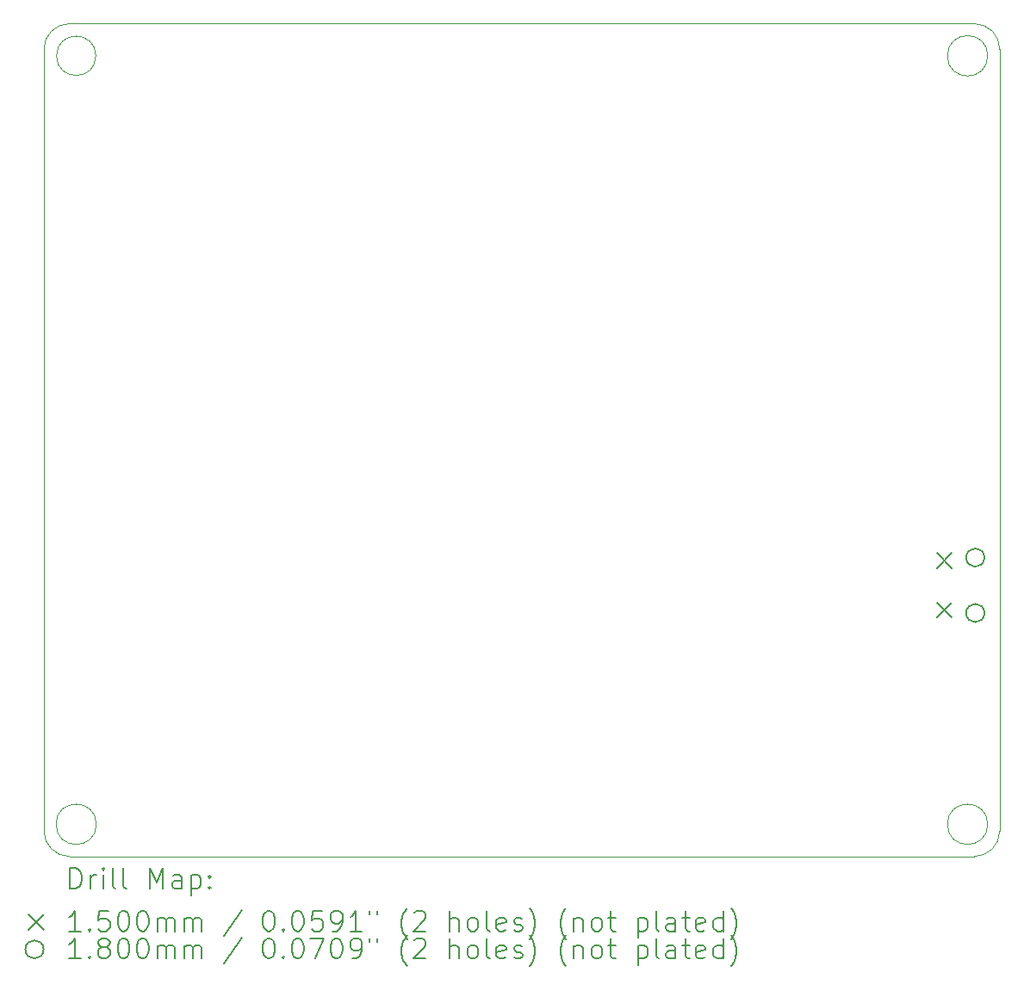
<source format=gbr>
%TF.GenerationSoftware,KiCad,Pcbnew,8.0.5*%
%TF.CreationDate,2025-01-03T00:20:52+01:00*%
%TF.ProjectId,Tortu,546f7274-752e-46b6-9963-61645f706362,rev?*%
%TF.SameCoordinates,Original*%
%TF.FileFunction,Drillmap*%
%TF.FilePolarity,Positive*%
%FSLAX45Y45*%
G04 Gerber Fmt 4.5, Leading zero omitted, Abs format (unit mm)*
G04 Created by KiCad (PCBNEW 8.0.5) date 2025-01-03 00:20:52*
%MOMM*%
%LPD*%
G01*
G04 APERTURE LIST*
%ADD10C,0.050000*%
%ADD11C,0.200000*%
%ADD12C,0.150000*%
%ADD13C,0.180000*%
G04 APERTURE END LIST*
D10*
X12192000Y-14097000D02*
X21082000Y-14097000D01*
X12453880Y-13779500D02*
G75*
G02*
X12057120Y-13779500I-198380J0D01*
G01*
X12057120Y-13779500D02*
G75*
G02*
X12453880Y-13779500I198380J0D01*
G01*
X12448941Y-6223000D02*
G75*
G02*
X12062059Y-6223000I-193441J0D01*
G01*
X12062059Y-6223000D02*
G75*
G02*
X12448941Y-6223000I193441J0D01*
G01*
X21216880Y-13779500D02*
G75*
G02*
X20820120Y-13779500I-198380J0D01*
G01*
X20820120Y-13779500D02*
G75*
G02*
X21216880Y-13779500I198380J0D01*
G01*
X11938000Y-6159500D02*
X11938000Y-13843000D01*
X12192000Y-14097000D02*
G75*
G02*
X11938000Y-13843000I0J254000D01*
G01*
X11938000Y-6159500D02*
G75*
G02*
X12192000Y-5905500I254000J0D01*
G01*
X21336000Y-13843000D02*
G75*
G02*
X21082000Y-14097000I-254000J0D01*
G01*
X21082000Y-5905500D02*
G75*
G02*
X21336000Y-6159500I0J-254000D01*
G01*
X21216880Y-6223000D02*
G75*
G02*
X20820120Y-6223000I-198380J0D01*
G01*
X20820120Y-6223000D02*
G75*
G02*
X21216880Y-6223000I198380J0D01*
G01*
X21336000Y-13843000D02*
X21336000Y-6159500D01*
X12192000Y-5905500D02*
X21082000Y-5905500D01*
D11*
D12*
X20716400Y-11112500D02*
X20866400Y-11262500D01*
X20866400Y-11112500D02*
X20716400Y-11262500D01*
X20716400Y-11597500D02*
X20866400Y-11747500D01*
X20866400Y-11597500D02*
X20716400Y-11747500D01*
D13*
X21184400Y-11157500D02*
G75*
G02*
X21004400Y-11157500I-90000J0D01*
G01*
X21004400Y-11157500D02*
G75*
G02*
X21184400Y-11157500I90000J0D01*
G01*
X21184400Y-11702500D02*
G75*
G02*
X21004400Y-11702500I-90000J0D01*
G01*
X21004400Y-11702500D02*
G75*
G02*
X21184400Y-11702500I90000J0D01*
G01*
D11*
X12196277Y-14410984D02*
X12196277Y-14210984D01*
X12196277Y-14210984D02*
X12243896Y-14210984D01*
X12243896Y-14210984D02*
X12272467Y-14220508D01*
X12272467Y-14220508D02*
X12291515Y-14239555D01*
X12291515Y-14239555D02*
X12301039Y-14258603D01*
X12301039Y-14258603D02*
X12310562Y-14296698D01*
X12310562Y-14296698D02*
X12310562Y-14325269D01*
X12310562Y-14325269D02*
X12301039Y-14363365D01*
X12301039Y-14363365D02*
X12291515Y-14382412D01*
X12291515Y-14382412D02*
X12272467Y-14401460D01*
X12272467Y-14401460D02*
X12243896Y-14410984D01*
X12243896Y-14410984D02*
X12196277Y-14410984D01*
X12396277Y-14410984D02*
X12396277Y-14277650D01*
X12396277Y-14315746D02*
X12405801Y-14296698D01*
X12405801Y-14296698D02*
X12415324Y-14287174D01*
X12415324Y-14287174D02*
X12434372Y-14277650D01*
X12434372Y-14277650D02*
X12453420Y-14277650D01*
X12520086Y-14410984D02*
X12520086Y-14277650D01*
X12520086Y-14210984D02*
X12510562Y-14220508D01*
X12510562Y-14220508D02*
X12520086Y-14230031D01*
X12520086Y-14230031D02*
X12529610Y-14220508D01*
X12529610Y-14220508D02*
X12520086Y-14210984D01*
X12520086Y-14210984D02*
X12520086Y-14230031D01*
X12643896Y-14410984D02*
X12624848Y-14401460D01*
X12624848Y-14401460D02*
X12615324Y-14382412D01*
X12615324Y-14382412D02*
X12615324Y-14210984D01*
X12748658Y-14410984D02*
X12729610Y-14401460D01*
X12729610Y-14401460D02*
X12720086Y-14382412D01*
X12720086Y-14382412D02*
X12720086Y-14210984D01*
X12977229Y-14410984D02*
X12977229Y-14210984D01*
X12977229Y-14210984D02*
X13043896Y-14353841D01*
X13043896Y-14353841D02*
X13110562Y-14210984D01*
X13110562Y-14210984D02*
X13110562Y-14410984D01*
X13291515Y-14410984D02*
X13291515Y-14306222D01*
X13291515Y-14306222D02*
X13281991Y-14287174D01*
X13281991Y-14287174D02*
X13262943Y-14277650D01*
X13262943Y-14277650D02*
X13224848Y-14277650D01*
X13224848Y-14277650D02*
X13205801Y-14287174D01*
X13291515Y-14401460D02*
X13272467Y-14410984D01*
X13272467Y-14410984D02*
X13224848Y-14410984D01*
X13224848Y-14410984D02*
X13205801Y-14401460D01*
X13205801Y-14401460D02*
X13196277Y-14382412D01*
X13196277Y-14382412D02*
X13196277Y-14363365D01*
X13196277Y-14363365D02*
X13205801Y-14344317D01*
X13205801Y-14344317D02*
X13224848Y-14334793D01*
X13224848Y-14334793D02*
X13272467Y-14334793D01*
X13272467Y-14334793D02*
X13291515Y-14325269D01*
X13386753Y-14277650D02*
X13386753Y-14477650D01*
X13386753Y-14287174D02*
X13405801Y-14277650D01*
X13405801Y-14277650D02*
X13443896Y-14277650D01*
X13443896Y-14277650D02*
X13462943Y-14287174D01*
X13462943Y-14287174D02*
X13472467Y-14296698D01*
X13472467Y-14296698D02*
X13481991Y-14315746D01*
X13481991Y-14315746D02*
X13481991Y-14372888D01*
X13481991Y-14372888D02*
X13472467Y-14391936D01*
X13472467Y-14391936D02*
X13462943Y-14401460D01*
X13462943Y-14401460D02*
X13443896Y-14410984D01*
X13443896Y-14410984D02*
X13405801Y-14410984D01*
X13405801Y-14410984D02*
X13386753Y-14401460D01*
X13567705Y-14391936D02*
X13577229Y-14401460D01*
X13577229Y-14401460D02*
X13567705Y-14410984D01*
X13567705Y-14410984D02*
X13558182Y-14401460D01*
X13558182Y-14401460D02*
X13567705Y-14391936D01*
X13567705Y-14391936D02*
X13567705Y-14410984D01*
X13567705Y-14287174D02*
X13577229Y-14296698D01*
X13577229Y-14296698D02*
X13567705Y-14306222D01*
X13567705Y-14306222D02*
X13558182Y-14296698D01*
X13558182Y-14296698D02*
X13567705Y-14287174D01*
X13567705Y-14287174D02*
X13567705Y-14306222D01*
D12*
X11785500Y-14664500D02*
X11935500Y-14814500D01*
X11935500Y-14664500D02*
X11785500Y-14814500D01*
D11*
X12301039Y-14830984D02*
X12186753Y-14830984D01*
X12243896Y-14830984D02*
X12243896Y-14630984D01*
X12243896Y-14630984D02*
X12224848Y-14659555D01*
X12224848Y-14659555D02*
X12205801Y-14678603D01*
X12205801Y-14678603D02*
X12186753Y-14688127D01*
X12386753Y-14811936D02*
X12396277Y-14821460D01*
X12396277Y-14821460D02*
X12386753Y-14830984D01*
X12386753Y-14830984D02*
X12377229Y-14821460D01*
X12377229Y-14821460D02*
X12386753Y-14811936D01*
X12386753Y-14811936D02*
X12386753Y-14830984D01*
X12577229Y-14630984D02*
X12481991Y-14630984D01*
X12481991Y-14630984D02*
X12472467Y-14726222D01*
X12472467Y-14726222D02*
X12481991Y-14716698D01*
X12481991Y-14716698D02*
X12501039Y-14707174D01*
X12501039Y-14707174D02*
X12548658Y-14707174D01*
X12548658Y-14707174D02*
X12567705Y-14716698D01*
X12567705Y-14716698D02*
X12577229Y-14726222D01*
X12577229Y-14726222D02*
X12586753Y-14745269D01*
X12586753Y-14745269D02*
X12586753Y-14792888D01*
X12586753Y-14792888D02*
X12577229Y-14811936D01*
X12577229Y-14811936D02*
X12567705Y-14821460D01*
X12567705Y-14821460D02*
X12548658Y-14830984D01*
X12548658Y-14830984D02*
X12501039Y-14830984D01*
X12501039Y-14830984D02*
X12481991Y-14821460D01*
X12481991Y-14821460D02*
X12472467Y-14811936D01*
X12710562Y-14630984D02*
X12729610Y-14630984D01*
X12729610Y-14630984D02*
X12748658Y-14640508D01*
X12748658Y-14640508D02*
X12758182Y-14650031D01*
X12758182Y-14650031D02*
X12767705Y-14669079D01*
X12767705Y-14669079D02*
X12777229Y-14707174D01*
X12777229Y-14707174D02*
X12777229Y-14754793D01*
X12777229Y-14754793D02*
X12767705Y-14792888D01*
X12767705Y-14792888D02*
X12758182Y-14811936D01*
X12758182Y-14811936D02*
X12748658Y-14821460D01*
X12748658Y-14821460D02*
X12729610Y-14830984D01*
X12729610Y-14830984D02*
X12710562Y-14830984D01*
X12710562Y-14830984D02*
X12691515Y-14821460D01*
X12691515Y-14821460D02*
X12681991Y-14811936D01*
X12681991Y-14811936D02*
X12672467Y-14792888D01*
X12672467Y-14792888D02*
X12662943Y-14754793D01*
X12662943Y-14754793D02*
X12662943Y-14707174D01*
X12662943Y-14707174D02*
X12672467Y-14669079D01*
X12672467Y-14669079D02*
X12681991Y-14650031D01*
X12681991Y-14650031D02*
X12691515Y-14640508D01*
X12691515Y-14640508D02*
X12710562Y-14630984D01*
X12901039Y-14630984D02*
X12920086Y-14630984D01*
X12920086Y-14630984D02*
X12939134Y-14640508D01*
X12939134Y-14640508D02*
X12948658Y-14650031D01*
X12948658Y-14650031D02*
X12958182Y-14669079D01*
X12958182Y-14669079D02*
X12967705Y-14707174D01*
X12967705Y-14707174D02*
X12967705Y-14754793D01*
X12967705Y-14754793D02*
X12958182Y-14792888D01*
X12958182Y-14792888D02*
X12948658Y-14811936D01*
X12948658Y-14811936D02*
X12939134Y-14821460D01*
X12939134Y-14821460D02*
X12920086Y-14830984D01*
X12920086Y-14830984D02*
X12901039Y-14830984D01*
X12901039Y-14830984D02*
X12881991Y-14821460D01*
X12881991Y-14821460D02*
X12872467Y-14811936D01*
X12872467Y-14811936D02*
X12862943Y-14792888D01*
X12862943Y-14792888D02*
X12853420Y-14754793D01*
X12853420Y-14754793D02*
X12853420Y-14707174D01*
X12853420Y-14707174D02*
X12862943Y-14669079D01*
X12862943Y-14669079D02*
X12872467Y-14650031D01*
X12872467Y-14650031D02*
X12881991Y-14640508D01*
X12881991Y-14640508D02*
X12901039Y-14630984D01*
X13053420Y-14830984D02*
X13053420Y-14697650D01*
X13053420Y-14716698D02*
X13062943Y-14707174D01*
X13062943Y-14707174D02*
X13081991Y-14697650D01*
X13081991Y-14697650D02*
X13110563Y-14697650D01*
X13110563Y-14697650D02*
X13129610Y-14707174D01*
X13129610Y-14707174D02*
X13139134Y-14726222D01*
X13139134Y-14726222D02*
X13139134Y-14830984D01*
X13139134Y-14726222D02*
X13148658Y-14707174D01*
X13148658Y-14707174D02*
X13167705Y-14697650D01*
X13167705Y-14697650D02*
X13196277Y-14697650D01*
X13196277Y-14697650D02*
X13215324Y-14707174D01*
X13215324Y-14707174D02*
X13224848Y-14726222D01*
X13224848Y-14726222D02*
X13224848Y-14830984D01*
X13320086Y-14830984D02*
X13320086Y-14697650D01*
X13320086Y-14716698D02*
X13329610Y-14707174D01*
X13329610Y-14707174D02*
X13348658Y-14697650D01*
X13348658Y-14697650D02*
X13377229Y-14697650D01*
X13377229Y-14697650D02*
X13396277Y-14707174D01*
X13396277Y-14707174D02*
X13405801Y-14726222D01*
X13405801Y-14726222D02*
X13405801Y-14830984D01*
X13405801Y-14726222D02*
X13415324Y-14707174D01*
X13415324Y-14707174D02*
X13434372Y-14697650D01*
X13434372Y-14697650D02*
X13462943Y-14697650D01*
X13462943Y-14697650D02*
X13481991Y-14707174D01*
X13481991Y-14707174D02*
X13491515Y-14726222D01*
X13491515Y-14726222D02*
X13491515Y-14830984D01*
X13881991Y-14621460D02*
X13710563Y-14878603D01*
X14139134Y-14630984D02*
X14158182Y-14630984D01*
X14158182Y-14630984D02*
X14177229Y-14640508D01*
X14177229Y-14640508D02*
X14186753Y-14650031D01*
X14186753Y-14650031D02*
X14196277Y-14669079D01*
X14196277Y-14669079D02*
X14205801Y-14707174D01*
X14205801Y-14707174D02*
X14205801Y-14754793D01*
X14205801Y-14754793D02*
X14196277Y-14792888D01*
X14196277Y-14792888D02*
X14186753Y-14811936D01*
X14186753Y-14811936D02*
X14177229Y-14821460D01*
X14177229Y-14821460D02*
X14158182Y-14830984D01*
X14158182Y-14830984D02*
X14139134Y-14830984D01*
X14139134Y-14830984D02*
X14120086Y-14821460D01*
X14120086Y-14821460D02*
X14110563Y-14811936D01*
X14110563Y-14811936D02*
X14101039Y-14792888D01*
X14101039Y-14792888D02*
X14091515Y-14754793D01*
X14091515Y-14754793D02*
X14091515Y-14707174D01*
X14091515Y-14707174D02*
X14101039Y-14669079D01*
X14101039Y-14669079D02*
X14110563Y-14650031D01*
X14110563Y-14650031D02*
X14120086Y-14640508D01*
X14120086Y-14640508D02*
X14139134Y-14630984D01*
X14291515Y-14811936D02*
X14301039Y-14821460D01*
X14301039Y-14821460D02*
X14291515Y-14830984D01*
X14291515Y-14830984D02*
X14281991Y-14821460D01*
X14281991Y-14821460D02*
X14291515Y-14811936D01*
X14291515Y-14811936D02*
X14291515Y-14830984D01*
X14424848Y-14630984D02*
X14443896Y-14630984D01*
X14443896Y-14630984D02*
X14462944Y-14640508D01*
X14462944Y-14640508D02*
X14472467Y-14650031D01*
X14472467Y-14650031D02*
X14481991Y-14669079D01*
X14481991Y-14669079D02*
X14491515Y-14707174D01*
X14491515Y-14707174D02*
X14491515Y-14754793D01*
X14491515Y-14754793D02*
X14481991Y-14792888D01*
X14481991Y-14792888D02*
X14472467Y-14811936D01*
X14472467Y-14811936D02*
X14462944Y-14821460D01*
X14462944Y-14821460D02*
X14443896Y-14830984D01*
X14443896Y-14830984D02*
X14424848Y-14830984D01*
X14424848Y-14830984D02*
X14405801Y-14821460D01*
X14405801Y-14821460D02*
X14396277Y-14811936D01*
X14396277Y-14811936D02*
X14386753Y-14792888D01*
X14386753Y-14792888D02*
X14377229Y-14754793D01*
X14377229Y-14754793D02*
X14377229Y-14707174D01*
X14377229Y-14707174D02*
X14386753Y-14669079D01*
X14386753Y-14669079D02*
X14396277Y-14650031D01*
X14396277Y-14650031D02*
X14405801Y-14640508D01*
X14405801Y-14640508D02*
X14424848Y-14630984D01*
X14672467Y-14630984D02*
X14577229Y-14630984D01*
X14577229Y-14630984D02*
X14567706Y-14726222D01*
X14567706Y-14726222D02*
X14577229Y-14716698D01*
X14577229Y-14716698D02*
X14596277Y-14707174D01*
X14596277Y-14707174D02*
X14643896Y-14707174D01*
X14643896Y-14707174D02*
X14662944Y-14716698D01*
X14662944Y-14716698D02*
X14672467Y-14726222D01*
X14672467Y-14726222D02*
X14681991Y-14745269D01*
X14681991Y-14745269D02*
X14681991Y-14792888D01*
X14681991Y-14792888D02*
X14672467Y-14811936D01*
X14672467Y-14811936D02*
X14662944Y-14821460D01*
X14662944Y-14821460D02*
X14643896Y-14830984D01*
X14643896Y-14830984D02*
X14596277Y-14830984D01*
X14596277Y-14830984D02*
X14577229Y-14821460D01*
X14577229Y-14821460D02*
X14567706Y-14811936D01*
X14777229Y-14830984D02*
X14815325Y-14830984D01*
X14815325Y-14830984D02*
X14834372Y-14821460D01*
X14834372Y-14821460D02*
X14843896Y-14811936D01*
X14843896Y-14811936D02*
X14862944Y-14783365D01*
X14862944Y-14783365D02*
X14872467Y-14745269D01*
X14872467Y-14745269D02*
X14872467Y-14669079D01*
X14872467Y-14669079D02*
X14862944Y-14650031D01*
X14862944Y-14650031D02*
X14853420Y-14640508D01*
X14853420Y-14640508D02*
X14834372Y-14630984D01*
X14834372Y-14630984D02*
X14796277Y-14630984D01*
X14796277Y-14630984D02*
X14777229Y-14640508D01*
X14777229Y-14640508D02*
X14767706Y-14650031D01*
X14767706Y-14650031D02*
X14758182Y-14669079D01*
X14758182Y-14669079D02*
X14758182Y-14716698D01*
X14758182Y-14716698D02*
X14767706Y-14735746D01*
X14767706Y-14735746D02*
X14777229Y-14745269D01*
X14777229Y-14745269D02*
X14796277Y-14754793D01*
X14796277Y-14754793D02*
X14834372Y-14754793D01*
X14834372Y-14754793D02*
X14853420Y-14745269D01*
X14853420Y-14745269D02*
X14862944Y-14735746D01*
X14862944Y-14735746D02*
X14872467Y-14716698D01*
X15062944Y-14830984D02*
X14948658Y-14830984D01*
X15005801Y-14830984D02*
X15005801Y-14630984D01*
X15005801Y-14630984D02*
X14986753Y-14659555D01*
X14986753Y-14659555D02*
X14967706Y-14678603D01*
X14967706Y-14678603D02*
X14948658Y-14688127D01*
X15139134Y-14630984D02*
X15139134Y-14669079D01*
X15215325Y-14630984D02*
X15215325Y-14669079D01*
X15510563Y-14907174D02*
X15501039Y-14897650D01*
X15501039Y-14897650D02*
X15481991Y-14869079D01*
X15481991Y-14869079D02*
X15472468Y-14850031D01*
X15472468Y-14850031D02*
X15462944Y-14821460D01*
X15462944Y-14821460D02*
X15453420Y-14773841D01*
X15453420Y-14773841D02*
X15453420Y-14735746D01*
X15453420Y-14735746D02*
X15462944Y-14688127D01*
X15462944Y-14688127D02*
X15472468Y-14659555D01*
X15472468Y-14659555D02*
X15481991Y-14640508D01*
X15481991Y-14640508D02*
X15501039Y-14611936D01*
X15501039Y-14611936D02*
X15510563Y-14602412D01*
X15577229Y-14650031D02*
X15586753Y-14640508D01*
X15586753Y-14640508D02*
X15605801Y-14630984D01*
X15605801Y-14630984D02*
X15653420Y-14630984D01*
X15653420Y-14630984D02*
X15672468Y-14640508D01*
X15672468Y-14640508D02*
X15681991Y-14650031D01*
X15681991Y-14650031D02*
X15691515Y-14669079D01*
X15691515Y-14669079D02*
X15691515Y-14688127D01*
X15691515Y-14688127D02*
X15681991Y-14716698D01*
X15681991Y-14716698D02*
X15567706Y-14830984D01*
X15567706Y-14830984D02*
X15691515Y-14830984D01*
X15929610Y-14830984D02*
X15929610Y-14630984D01*
X16015325Y-14830984D02*
X16015325Y-14726222D01*
X16015325Y-14726222D02*
X16005801Y-14707174D01*
X16005801Y-14707174D02*
X15986753Y-14697650D01*
X15986753Y-14697650D02*
X15958182Y-14697650D01*
X15958182Y-14697650D02*
X15939134Y-14707174D01*
X15939134Y-14707174D02*
X15929610Y-14716698D01*
X16139134Y-14830984D02*
X16120087Y-14821460D01*
X16120087Y-14821460D02*
X16110563Y-14811936D01*
X16110563Y-14811936D02*
X16101039Y-14792888D01*
X16101039Y-14792888D02*
X16101039Y-14735746D01*
X16101039Y-14735746D02*
X16110563Y-14716698D01*
X16110563Y-14716698D02*
X16120087Y-14707174D01*
X16120087Y-14707174D02*
X16139134Y-14697650D01*
X16139134Y-14697650D02*
X16167706Y-14697650D01*
X16167706Y-14697650D02*
X16186753Y-14707174D01*
X16186753Y-14707174D02*
X16196277Y-14716698D01*
X16196277Y-14716698D02*
X16205801Y-14735746D01*
X16205801Y-14735746D02*
X16205801Y-14792888D01*
X16205801Y-14792888D02*
X16196277Y-14811936D01*
X16196277Y-14811936D02*
X16186753Y-14821460D01*
X16186753Y-14821460D02*
X16167706Y-14830984D01*
X16167706Y-14830984D02*
X16139134Y-14830984D01*
X16320087Y-14830984D02*
X16301039Y-14821460D01*
X16301039Y-14821460D02*
X16291515Y-14802412D01*
X16291515Y-14802412D02*
X16291515Y-14630984D01*
X16472468Y-14821460D02*
X16453420Y-14830984D01*
X16453420Y-14830984D02*
X16415325Y-14830984D01*
X16415325Y-14830984D02*
X16396277Y-14821460D01*
X16396277Y-14821460D02*
X16386753Y-14802412D01*
X16386753Y-14802412D02*
X16386753Y-14726222D01*
X16386753Y-14726222D02*
X16396277Y-14707174D01*
X16396277Y-14707174D02*
X16415325Y-14697650D01*
X16415325Y-14697650D02*
X16453420Y-14697650D01*
X16453420Y-14697650D02*
X16472468Y-14707174D01*
X16472468Y-14707174D02*
X16481991Y-14726222D01*
X16481991Y-14726222D02*
X16481991Y-14745269D01*
X16481991Y-14745269D02*
X16386753Y-14764317D01*
X16558182Y-14821460D02*
X16577230Y-14830984D01*
X16577230Y-14830984D02*
X16615325Y-14830984D01*
X16615325Y-14830984D02*
X16634372Y-14821460D01*
X16634372Y-14821460D02*
X16643896Y-14802412D01*
X16643896Y-14802412D02*
X16643896Y-14792888D01*
X16643896Y-14792888D02*
X16634372Y-14773841D01*
X16634372Y-14773841D02*
X16615325Y-14764317D01*
X16615325Y-14764317D02*
X16586753Y-14764317D01*
X16586753Y-14764317D02*
X16567706Y-14754793D01*
X16567706Y-14754793D02*
X16558182Y-14735746D01*
X16558182Y-14735746D02*
X16558182Y-14726222D01*
X16558182Y-14726222D02*
X16567706Y-14707174D01*
X16567706Y-14707174D02*
X16586753Y-14697650D01*
X16586753Y-14697650D02*
X16615325Y-14697650D01*
X16615325Y-14697650D02*
X16634372Y-14707174D01*
X16710563Y-14907174D02*
X16720087Y-14897650D01*
X16720087Y-14897650D02*
X16739134Y-14869079D01*
X16739134Y-14869079D02*
X16748658Y-14850031D01*
X16748658Y-14850031D02*
X16758182Y-14821460D01*
X16758182Y-14821460D02*
X16767706Y-14773841D01*
X16767706Y-14773841D02*
X16767706Y-14735746D01*
X16767706Y-14735746D02*
X16758182Y-14688127D01*
X16758182Y-14688127D02*
X16748658Y-14659555D01*
X16748658Y-14659555D02*
X16739134Y-14640508D01*
X16739134Y-14640508D02*
X16720087Y-14611936D01*
X16720087Y-14611936D02*
X16710563Y-14602412D01*
X17072468Y-14907174D02*
X17062944Y-14897650D01*
X17062944Y-14897650D02*
X17043896Y-14869079D01*
X17043896Y-14869079D02*
X17034373Y-14850031D01*
X17034373Y-14850031D02*
X17024849Y-14821460D01*
X17024849Y-14821460D02*
X17015325Y-14773841D01*
X17015325Y-14773841D02*
X17015325Y-14735746D01*
X17015325Y-14735746D02*
X17024849Y-14688127D01*
X17024849Y-14688127D02*
X17034373Y-14659555D01*
X17034373Y-14659555D02*
X17043896Y-14640508D01*
X17043896Y-14640508D02*
X17062944Y-14611936D01*
X17062944Y-14611936D02*
X17072468Y-14602412D01*
X17148658Y-14697650D02*
X17148658Y-14830984D01*
X17148658Y-14716698D02*
X17158182Y-14707174D01*
X17158182Y-14707174D02*
X17177230Y-14697650D01*
X17177230Y-14697650D02*
X17205801Y-14697650D01*
X17205801Y-14697650D02*
X17224849Y-14707174D01*
X17224849Y-14707174D02*
X17234373Y-14726222D01*
X17234373Y-14726222D02*
X17234373Y-14830984D01*
X17358182Y-14830984D02*
X17339134Y-14821460D01*
X17339134Y-14821460D02*
X17329611Y-14811936D01*
X17329611Y-14811936D02*
X17320087Y-14792888D01*
X17320087Y-14792888D02*
X17320087Y-14735746D01*
X17320087Y-14735746D02*
X17329611Y-14716698D01*
X17329611Y-14716698D02*
X17339134Y-14707174D01*
X17339134Y-14707174D02*
X17358182Y-14697650D01*
X17358182Y-14697650D02*
X17386754Y-14697650D01*
X17386754Y-14697650D02*
X17405801Y-14707174D01*
X17405801Y-14707174D02*
X17415325Y-14716698D01*
X17415325Y-14716698D02*
X17424849Y-14735746D01*
X17424849Y-14735746D02*
X17424849Y-14792888D01*
X17424849Y-14792888D02*
X17415325Y-14811936D01*
X17415325Y-14811936D02*
X17405801Y-14821460D01*
X17405801Y-14821460D02*
X17386754Y-14830984D01*
X17386754Y-14830984D02*
X17358182Y-14830984D01*
X17481992Y-14697650D02*
X17558182Y-14697650D01*
X17510563Y-14630984D02*
X17510563Y-14802412D01*
X17510563Y-14802412D02*
X17520087Y-14821460D01*
X17520087Y-14821460D02*
X17539134Y-14830984D01*
X17539134Y-14830984D02*
X17558182Y-14830984D01*
X17777230Y-14697650D02*
X17777230Y-14897650D01*
X17777230Y-14707174D02*
X17796277Y-14697650D01*
X17796277Y-14697650D02*
X17834373Y-14697650D01*
X17834373Y-14697650D02*
X17853420Y-14707174D01*
X17853420Y-14707174D02*
X17862944Y-14716698D01*
X17862944Y-14716698D02*
X17872468Y-14735746D01*
X17872468Y-14735746D02*
X17872468Y-14792888D01*
X17872468Y-14792888D02*
X17862944Y-14811936D01*
X17862944Y-14811936D02*
X17853420Y-14821460D01*
X17853420Y-14821460D02*
X17834373Y-14830984D01*
X17834373Y-14830984D02*
X17796277Y-14830984D01*
X17796277Y-14830984D02*
X17777230Y-14821460D01*
X17986754Y-14830984D02*
X17967706Y-14821460D01*
X17967706Y-14821460D02*
X17958182Y-14802412D01*
X17958182Y-14802412D02*
X17958182Y-14630984D01*
X18148658Y-14830984D02*
X18148658Y-14726222D01*
X18148658Y-14726222D02*
X18139135Y-14707174D01*
X18139135Y-14707174D02*
X18120087Y-14697650D01*
X18120087Y-14697650D02*
X18081992Y-14697650D01*
X18081992Y-14697650D02*
X18062944Y-14707174D01*
X18148658Y-14821460D02*
X18129611Y-14830984D01*
X18129611Y-14830984D02*
X18081992Y-14830984D01*
X18081992Y-14830984D02*
X18062944Y-14821460D01*
X18062944Y-14821460D02*
X18053420Y-14802412D01*
X18053420Y-14802412D02*
X18053420Y-14783365D01*
X18053420Y-14783365D02*
X18062944Y-14764317D01*
X18062944Y-14764317D02*
X18081992Y-14754793D01*
X18081992Y-14754793D02*
X18129611Y-14754793D01*
X18129611Y-14754793D02*
X18148658Y-14745269D01*
X18215325Y-14697650D02*
X18291515Y-14697650D01*
X18243896Y-14630984D02*
X18243896Y-14802412D01*
X18243896Y-14802412D02*
X18253420Y-14821460D01*
X18253420Y-14821460D02*
X18272468Y-14830984D01*
X18272468Y-14830984D02*
X18291515Y-14830984D01*
X18434373Y-14821460D02*
X18415325Y-14830984D01*
X18415325Y-14830984D02*
X18377230Y-14830984D01*
X18377230Y-14830984D02*
X18358182Y-14821460D01*
X18358182Y-14821460D02*
X18348658Y-14802412D01*
X18348658Y-14802412D02*
X18348658Y-14726222D01*
X18348658Y-14726222D02*
X18358182Y-14707174D01*
X18358182Y-14707174D02*
X18377230Y-14697650D01*
X18377230Y-14697650D02*
X18415325Y-14697650D01*
X18415325Y-14697650D02*
X18434373Y-14707174D01*
X18434373Y-14707174D02*
X18443896Y-14726222D01*
X18443896Y-14726222D02*
X18443896Y-14745269D01*
X18443896Y-14745269D02*
X18348658Y-14764317D01*
X18615325Y-14830984D02*
X18615325Y-14630984D01*
X18615325Y-14821460D02*
X18596277Y-14830984D01*
X18596277Y-14830984D02*
X18558182Y-14830984D01*
X18558182Y-14830984D02*
X18539135Y-14821460D01*
X18539135Y-14821460D02*
X18529611Y-14811936D01*
X18529611Y-14811936D02*
X18520087Y-14792888D01*
X18520087Y-14792888D02*
X18520087Y-14735746D01*
X18520087Y-14735746D02*
X18529611Y-14716698D01*
X18529611Y-14716698D02*
X18539135Y-14707174D01*
X18539135Y-14707174D02*
X18558182Y-14697650D01*
X18558182Y-14697650D02*
X18596277Y-14697650D01*
X18596277Y-14697650D02*
X18615325Y-14707174D01*
X18691516Y-14907174D02*
X18701039Y-14897650D01*
X18701039Y-14897650D02*
X18720087Y-14869079D01*
X18720087Y-14869079D02*
X18729611Y-14850031D01*
X18729611Y-14850031D02*
X18739135Y-14821460D01*
X18739135Y-14821460D02*
X18748658Y-14773841D01*
X18748658Y-14773841D02*
X18748658Y-14735746D01*
X18748658Y-14735746D02*
X18739135Y-14688127D01*
X18739135Y-14688127D02*
X18729611Y-14659555D01*
X18729611Y-14659555D02*
X18720087Y-14640508D01*
X18720087Y-14640508D02*
X18701039Y-14611936D01*
X18701039Y-14611936D02*
X18691516Y-14602412D01*
D13*
X11935500Y-15009500D02*
G75*
G02*
X11755500Y-15009500I-90000J0D01*
G01*
X11755500Y-15009500D02*
G75*
G02*
X11935500Y-15009500I90000J0D01*
G01*
D11*
X12301039Y-15100984D02*
X12186753Y-15100984D01*
X12243896Y-15100984D02*
X12243896Y-14900984D01*
X12243896Y-14900984D02*
X12224848Y-14929555D01*
X12224848Y-14929555D02*
X12205801Y-14948603D01*
X12205801Y-14948603D02*
X12186753Y-14958127D01*
X12386753Y-15081936D02*
X12396277Y-15091460D01*
X12396277Y-15091460D02*
X12386753Y-15100984D01*
X12386753Y-15100984D02*
X12377229Y-15091460D01*
X12377229Y-15091460D02*
X12386753Y-15081936D01*
X12386753Y-15081936D02*
X12386753Y-15100984D01*
X12510562Y-14986698D02*
X12491515Y-14977174D01*
X12491515Y-14977174D02*
X12481991Y-14967650D01*
X12481991Y-14967650D02*
X12472467Y-14948603D01*
X12472467Y-14948603D02*
X12472467Y-14939079D01*
X12472467Y-14939079D02*
X12481991Y-14920031D01*
X12481991Y-14920031D02*
X12491515Y-14910508D01*
X12491515Y-14910508D02*
X12510562Y-14900984D01*
X12510562Y-14900984D02*
X12548658Y-14900984D01*
X12548658Y-14900984D02*
X12567705Y-14910508D01*
X12567705Y-14910508D02*
X12577229Y-14920031D01*
X12577229Y-14920031D02*
X12586753Y-14939079D01*
X12586753Y-14939079D02*
X12586753Y-14948603D01*
X12586753Y-14948603D02*
X12577229Y-14967650D01*
X12577229Y-14967650D02*
X12567705Y-14977174D01*
X12567705Y-14977174D02*
X12548658Y-14986698D01*
X12548658Y-14986698D02*
X12510562Y-14986698D01*
X12510562Y-14986698D02*
X12491515Y-14996222D01*
X12491515Y-14996222D02*
X12481991Y-15005746D01*
X12481991Y-15005746D02*
X12472467Y-15024793D01*
X12472467Y-15024793D02*
X12472467Y-15062888D01*
X12472467Y-15062888D02*
X12481991Y-15081936D01*
X12481991Y-15081936D02*
X12491515Y-15091460D01*
X12491515Y-15091460D02*
X12510562Y-15100984D01*
X12510562Y-15100984D02*
X12548658Y-15100984D01*
X12548658Y-15100984D02*
X12567705Y-15091460D01*
X12567705Y-15091460D02*
X12577229Y-15081936D01*
X12577229Y-15081936D02*
X12586753Y-15062888D01*
X12586753Y-15062888D02*
X12586753Y-15024793D01*
X12586753Y-15024793D02*
X12577229Y-15005746D01*
X12577229Y-15005746D02*
X12567705Y-14996222D01*
X12567705Y-14996222D02*
X12548658Y-14986698D01*
X12710562Y-14900984D02*
X12729610Y-14900984D01*
X12729610Y-14900984D02*
X12748658Y-14910508D01*
X12748658Y-14910508D02*
X12758182Y-14920031D01*
X12758182Y-14920031D02*
X12767705Y-14939079D01*
X12767705Y-14939079D02*
X12777229Y-14977174D01*
X12777229Y-14977174D02*
X12777229Y-15024793D01*
X12777229Y-15024793D02*
X12767705Y-15062888D01*
X12767705Y-15062888D02*
X12758182Y-15081936D01*
X12758182Y-15081936D02*
X12748658Y-15091460D01*
X12748658Y-15091460D02*
X12729610Y-15100984D01*
X12729610Y-15100984D02*
X12710562Y-15100984D01*
X12710562Y-15100984D02*
X12691515Y-15091460D01*
X12691515Y-15091460D02*
X12681991Y-15081936D01*
X12681991Y-15081936D02*
X12672467Y-15062888D01*
X12672467Y-15062888D02*
X12662943Y-15024793D01*
X12662943Y-15024793D02*
X12662943Y-14977174D01*
X12662943Y-14977174D02*
X12672467Y-14939079D01*
X12672467Y-14939079D02*
X12681991Y-14920031D01*
X12681991Y-14920031D02*
X12691515Y-14910508D01*
X12691515Y-14910508D02*
X12710562Y-14900984D01*
X12901039Y-14900984D02*
X12920086Y-14900984D01*
X12920086Y-14900984D02*
X12939134Y-14910508D01*
X12939134Y-14910508D02*
X12948658Y-14920031D01*
X12948658Y-14920031D02*
X12958182Y-14939079D01*
X12958182Y-14939079D02*
X12967705Y-14977174D01*
X12967705Y-14977174D02*
X12967705Y-15024793D01*
X12967705Y-15024793D02*
X12958182Y-15062888D01*
X12958182Y-15062888D02*
X12948658Y-15081936D01*
X12948658Y-15081936D02*
X12939134Y-15091460D01*
X12939134Y-15091460D02*
X12920086Y-15100984D01*
X12920086Y-15100984D02*
X12901039Y-15100984D01*
X12901039Y-15100984D02*
X12881991Y-15091460D01*
X12881991Y-15091460D02*
X12872467Y-15081936D01*
X12872467Y-15081936D02*
X12862943Y-15062888D01*
X12862943Y-15062888D02*
X12853420Y-15024793D01*
X12853420Y-15024793D02*
X12853420Y-14977174D01*
X12853420Y-14977174D02*
X12862943Y-14939079D01*
X12862943Y-14939079D02*
X12872467Y-14920031D01*
X12872467Y-14920031D02*
X12881991Y-14910508D01*
X12881991Y-14910508D02*
X12901039Y-14900984D01*
X13053420Y-15100984D02*
X13053420Y-14967650D01*
X13053420Y-14986698D02*
X13062943Y-14977174D01*
X13062943Y-14977174D02*
X13081991Y-14967650D01*
X13081991Y-14967650D02*
X13110563Y-14967650D01*
X13110563Y-14967650D02*
X13129610Y-14977174D01*
X13129610Y-14977174D02*
X13139134Y-14996222D01*
X13139134Y-14996222D02*
X13139134Y-15100984D01*
X13139134Y-14996222D02*
X13148658Y-14977174D01*
X13148658Y-14977174D02*
X13167705Y-14967650D01*
X13167705Y-14967650D02*
X13196277Y-14967650D01*
X13196277Y-14967650D02*
X13215324Y-14977174D01*
X13215324Y-14977174D02*
X13224848Y-14996222D01*
X13224848Y-14996222D02*
X13224848Y-15100984D01*
X13320086Y-15100984D02*
X13320086Y-14967650D01*
X13320086Y-14986698D02*
X13329610Y-14977174D01*
X13329610Y-14977174D02*
X13348658Y-14967650D01*
X13348658Y-14967650D02*
X13377229Y-14967650D01*
X13377229Y-14967650D02*
X13396277Y-14977174D01*
X13396277Y-14977174D02*
X13405801Y-14996222D01*
X13405801Y-14996222D02*
X13405801Y-15100984D01*
X13405801Y-14996222D02*
X13415324Y-14977174D01*
X13415324Y-14977174D02*
X13434372Y-14967650D01*
X13434372Y-14967650D02*
X13462943Y-14967650D01*
X13462943Y-14967650D02*
X13481991Y-14977174D01*
X13481991Y-14977174D02*
X13491515Y-14996222D01*
X13491515Y-14996222D02*
X13491515Y-15100984D01*
X13881991Y-14891460D02*
X13710563Y-15148603D01*
X14139134Y-14900984D02*
X14158182Y-14900984D01*
X14158182Y-14900984D02*
X14177229Y-14910508D01*
X14177229Y-14910508D02*
X14186753Y-14920031D01*
X14186753Y-14920031D02*
X14196277Y-14939079D01*
X14196277Y-14939079D02*
X14205801Y-14977174D01*
X14205801Y-14977174D02*
X14205801Y-15024793D01*
X14205801Y-15024793D02*
X14196277Y-15062888D01*
X14196277Y-15062888D02*
X14186753Y-15081936D01*
X14186753Y-15081936D02*
X14177229Y-15091460D01*
X14177229Y-15091460D02*
X14158182Y-15100984D01*
X14158182Y-15100984D02*
X14139134Y-15100984D01*
X14139134Y-15100984D02*
X14120086Y-15091460D01*
X14120086Y-15091460D02*
X14110563Y-15081936D01*
X14110563Y-15081936D02*
X14101039Y-15062888D01*
X14101039Y-15062888D02*
X14091515Y-15024793D01*
X14091515Y-15024793D02*
X14091515Y-14977174D01*
X14091515Y-14977174D02*
X14101039Y-14939079D01*
X14101039Y-14939079D02*
X14110563Y-14920031D01*
X14110563Y-14920031D02*
X14120086Y-14910508D01*
X14120086Y-14910508D02*
X14139134Y-14900984D01*
X14291515Y-15081936D02*
X14301039Y-15091460D01*
X14301039Y-15091460D02*
X14291515Y-15100984D01*
X14291515Y-15100984D02*
X14281991Y-15091460D01*
X14281991Y-15091460D02*
X14291515Y-15081936D01*
X14291515Y-15081936D02*
X14291515Y-15100984D01*
X14424848Y-14900984D02*
X14443896Y-14900984D01*
X14443896Y-14900984D02*
X14462944Y-14910508D01*
X14462944Y-14910508D02*
X14472467Y-14920031D01*
X14472467Y-14920031D02*
X14481991Y-14939079D01*
X14481991Y-14939079D02*
X14491515Y-14977174D01*
X14491515Y-14977174D02*
X14491515Y-15024793D01*
X14491515Y-15024793D02*
X14481991Y-15062888D01*
X14481991Y-15062888D02*
X14472467Y-15081936D01*
X14472467Y-15081936D02*
X14462944Y-15091460D01*
X14462944Y-15091460D02*
X14443896Y-15100984D01*
X14443896Y-15100984D02*
X14424848Y-15100984D01*
X14424848Y-15100984D02*
X14405801Y-15091460D01*
X14405801Y-15091460D02*
X14396277Y-15081936D01*
X14396277Y-15081936D02*
X14386753Y-15062888D01*
X14386753Y-15062888D02*
X14377229Y-15024793D01*
X14377229Y-15024793D02*
X14377229Y-14977174D01*
X14377229Y-14977174D02*
X14386753Y-14939079D01*
X14386753Y-14939079D02*
X14396277Y-14920031D01*
X14396277Y-14920031D02*
X14405801Y-14910508D01*
X14405801Y-14910508D02*
X14424848Y-14900984D01*
X14558182Y-14900984D02*
X14691515Y-14900984D01*
X14691515Y-14900984D02*
X14605801Y-15100984D01*
X14805801Y-14900984D02*
X14824848Y-14900984D01*
X14824848Y-14900984D02*
X14843896Y-14910508D01*
X14843896Y-14910508D02*
X14853420Y-14920031D01*
X14853420Y-14920031D02*
X14862944Y-14939079D01*
X14862944Y-14939079D02*
X14872467Y-14977174D01*
X14872467Y-14977174D02*
X14872467Y-15024793D01*
X14872467Y-15024793D02*
X14862944Y-15062888D01*
X14862944Y-15062888D02*
X14853420Y-15081936D01*
X14853420Y-15081936D02*
X14843896Y-15091460D01*
X14843896Y-15091460D02*
X14824848Y-15100984D01*
X14824848Y-15100984D02*
X14805801Y-15100984D01*
X14805801Y-15100984D02*
X14786753Y-15091460D01*
X14786753Y-15091460D02*
X14777229Y-15081936D01*
X14777229Y-15081936D02*
X14767706Y-15062888D01*
X14767706Y-15062888D02*
X14758182Y-15024793D01*
X14758182Y-15024793D02*
X14758182Y-14977174D01*
X14758182Y-14977174D02*
X14767706Y-14939079D01*
X14767706Y-14939079D02*
X14777229Y-14920031D01*
X14777229Y-14920031D02*
X14786753Y-14910508D01*
X14786753Y-14910508D02*
X14805801Y-14900984D01*
X14967706Y-15100984D02*
X15005801Y-15100984D01*
X15005801Y-15100984D02*
X15024848Y-15091460D01*
X15024848Y-15091460D02*
X15034372Y-15081936D01*
X15034372Y-15081936D02*
X15053420Y-15053365D01*
X15053420Y-15053365D02*
X15062944Y-15015269D01*
X15062944Y-15015269D02*
X15062944Y-14939079D01*
X15062944Y-14939079D02*
X15053420Y-14920031D01*
X15053420Y-14920031D02*
X15043896Y-14910508D01*
X15043896Y-14910508D02*
X15024848Y-14900984D01*
X15024848Y-14900984D02*
X14986753Y-14900984D01*
X14986753Y-14900984D02*
X14967706Y-14910508D01*
X14967706Y-14910508D02*
X14958182Y-14920031D01*
X14958182Y-14920031D02*
X14948658Y-14939079D01*
X14948658Y-14939079D02*
X14948658Y-14986698D01*
X14948658Y-14986698D02*
X14958182Y-15005746D01*
X14958182Y-15005746D02*
X14967706Y-15015269D01*
X14967706Y-15015269D02*
X14986753Y-15024793D01*
X14986753Y-15024793D02*
X15024848Y-15024793D01*
X15024848Y-15024793D02*
X15043896Y-15015269D01*
X15043896Y-15015269D02*
X15053420Y-15005746D01*
X15053420Y-15005746D02*
X15062944Y-14986698D01*
X15139134Y-14900984D02*
X15139134Y-14939079D01*
X15215325Y-14900984D02*
X15215325Y-14939079D01*
X15510563Y-15177174D02*
X15501039Y-15167650D01*
X15501039Y-15167650D02*
X15481991Y-15139079D01*
X15481991Y-15139079D02*
X15472468Y-15120031D01*
X15472468Y-15120031D02*
X15462944Y-15091460D01*
X15462944Y-15091460D02*
X15453420Y-15043841D01*
X15453420Y-15043841D02*
X15453420Y-15005746D01*
X15453420Y-15005746D02*
X15462944Y-14958127D01*
X15462944Y-14958127D02*
X15472468Y-14929555D01*
X15472468Y-14929555D02*
X15481991Y-14910508D01*
X15481991Y-14910508D02*
X15501039Y-14881936D01*
X15501039Y-14881936D02*
X15510563Y-14872412D01*
X15577229Y-14920031D02*
X15586753Y-14910508D01*
X15586753Y-14910508D02*
X15605801Y-14900984D01*
X15605801Y-14900984D02*
X15653420Y-14900984D01*
X15653420Y-14900984D02*
X15672468Y-14910508D01*
X15672468Y-14910508D02*
X15681991Y-14920031D01*
X15681991Y-14920031D02*
X15691515Y-14939079D01*
X15691515Y-14939079D02*
X15691515Y-14958127D01*
X15691515Y-14958127D02*
X15681991Y-14986698D01*
X15681991Y-14986698D02*
X15567706Y-15100984D01*
X15567706Y-15100984D02*
X15691515Y-15100984D01*
X15929610Y-15100984D02*
X15929610Y-14900984D01*
X16015325Y-15100984D02*
X16015325Y-14996222D01*
X16015325Y-14996222D02*
X16005801Y-14977174D01*
X16005801Y-14977174D02*
X15986753Y-14967650D01*
X15986753Y-14967650D02*
X15958182Y-14967650D01*
X15958182Y-14967650D02*
X15939134Y-14977174D01*
X15939134Y-14977174D02*
X15929610Y-14986698D01*
X16139134Y-15100984D02*
X16120087Y-15091460D01*
X16120087Y-15091460D02*
X16110563Y-15081936D01*
X16110563Y-15081936D02*
X16101039Y-15062888D01*
X16101039Y-15062888D02*
X16101039Y-15005746D01*
X16101039Y-15005746D02*
X16110563Y-14986698D01*
X16110563Y-14986698D02*
X16120087Y-14977174D01*
X16120087Y-14977174D02*
X16139134Y-14967650D01*
X16139134Y-14967650D02*
X16167706Y-14967650D01*
X16167706Y-14967650D02*
X16186753Y-14977174D01*
X16186753Y-14977174D02*
X16196277Y-14986698D01*
X16196277Y-14986698D02*
X16205801Y-15005746D01*
X16205801Y-15005746D02*
X16205801Y-15062888D01*
X16205801Y-15062888D02*
X16196277Y-15081936D01*
X16196277Y-15081936D02*
X16186753Y-15091460D01*
X16186753Y-15091460D02*
X16167706Y-15100984D01*
X16167706Y-15100984D02*
X16139134Y-15100984D01*
X16320087Y-15100984D02*
X16301039Y-15091460D01*
X16301039Y-15091460D02*
X16291515Y-15072412D01*
X16291515Y-15072412D02*
X16291515Y-14900984D01*
X16472468Y-15091460D02*
X16453420Y-15100984D01*
X16453420Y-15100984D02*
X16415325Y-15100984D01*
X16415325Y-15100984D02*
X16396277Y-15091460D01*
X16396277Y-15091460D02*
X16386753Y-15072412D01*
X16386753Y-15072412D02*
X16386753Y-14996222D01*
X16386753Y-14996222D02*
X16396277Y-14977174D01*
X16396277Y-14977174D02*
X16415325Y-14967650D01*
X16415325Y-14967650D02*
X16453420Y-14967650D01*
X16453420Y-14967650D02*
X16472468Y-14977174D01*
X16472468Y-14977174D02*
X16481991Y-14996222D01*
X16481991Y-14996222D02*
X16481991Y-15015269D01*
X16481991Y-15015269D02*
X16386753Y-15034317D01*
X16558182Y-15091460D02*
X16577230Y-15100984D01*
X16577230Y-15100984D02*
X16615325Y-15100984D01*
X16615325Y-15100984D02*
X16634372Y-15091460D01*
X16634372Y-15091460D02*
X16643896Y-15072412D01*
X16643896Y-15072412D02*
X16643896Y-15062888D01*
X16643896Y-15062888D02*
X16634372Y-15043841D01*
X16634372Y-15043841D02*
X16615325Y-15034317D01*
X16615325Y-15034317D02*
X16586753Y-15034317D01*
X16586753Y-15034317D02*
X16567706Y-15024793D01*
X16567706Y-15024793D02*
X16558182Y-15005746D01*
X16558182Y-15005746D02*
X16558182Y-14996222D01*
X16558182Y-14996222D02*
X16567706Y-14977174D01*
X16567706Y-14977174D02*
X16586753Y-14967650D01*
X16586753Y-14967650D02*
X16615325Y-14967650D01*
X16615325Y-14967650D02*
X16634372Y-14977174D01*
X16710563Y-15177174D02*
X16720087Y-15167650D01*
X16720087Y-15167650D02*
X16739134Y-15139079D01*
X16739134Y-15139079D02*
X16748658Y-15120031D01*
X16748658Y-15120031D02*
X16758182Y-15091460D01*
X16758182Y-15091460D02*
X16767706Y-15043841D01*
X16767706Y-15043841D02*
X16767706Y-15005746D01*
X16767706Y-15005746D02*
X16758182Y-14958127D01*
X16758182Y-14958127D02*
X16748658Y-14929555D01*
X16748658Y-14929555D02*
X16739134Y-14910508D01*
X16739134Y-14910508D02*
X16720087Y-14881936D01*
X16720087Y-14881936D02*
X16710563Y-14872412D01*
X17072468Y-15177174D02*
X17062944Y-15167650D01*
X17062944Y-15167650D02*
X17043896Y-15139079D01*
X17043896Y-15139079D02*
X17034373Y-15120031D01*
X17034373Y-15120031D02*
X17024849Y-15091460D01*
X17024849Y-15091460D02*
X17015325Y-15043841D01*
X17015325Y-15043841D02*
X17015325Y-15005746D01*
X17015325Y-15005746D02*
X17024849Y-14958127D01*
X17024849Y-14958127D02*
X17034373Y-14929555D01*
X17034373Y-14929555D02*
X17043896Y-14910508D01*
X17043896Y-14910508D02*
X17062944Y-14881936D01*
X17062944Y-14881936D02*
X17072468Y-14872412D01*
X17148658Y-14967650D02*
X17148658Y-15100984D01*
X17148658Y-14986698D02*
X17158182Y-14977174D01*
X17158182Y-14977174D02*
X17177230Y-14967650D01*
X17177230Y-14967650D02*
X17205801Y-14967650D01*
X17205801Y-14967650D02*
X17224849Y-14977174D01*
X17224849Y-14977174D02*
X17234373Y-14996222D01*
X17234373Y-14996222D02*
X17234373Y-15100984D01*
X17358182Y-15100984D02*
X17339134Y-15091460D01*
X17339134Y-15091460D02*
X17329611Y-15081936D01*
X17329611Y-15081936D02*
X17320087Y-15062888D01*
X17320087Y-15062888D02*
X17320087Y-15005746D01*
X17320087Y-15005746D02*
X17329611Y-14986698D01*
X17329611Y-14986698D02*
X17339134Y-14977174D01*
X17339134Y-14977174D02*
X17358182Y-14967650D01*
X17358182Y-14967650D02*
X17386754Y-14967650D01*
X17386754Y-14967650D02*
X17405801Y-14977174D01*
X17405801Y-14977174D02*
X17415325Y-14986698D01*
X17415325Y-14986698D02*
X17424849Y-15005746D01*
X17424849Y-15005746D02*
X17424849Y-15062888D01*
X17424849Y-15062888D02*
X17415325Y-15081936D01*
X17415325Y-15081936D02*
X17405801Y-15091460D01*
X17405801Y-15091460D02*
X17386754Y-15100984D01*
X17386754Y-15100984D02*
X17358182Y-15100984D01*
X17481992Y-14967650D02*
X17558182Y-14967650D01*
X17510563Y-14900984D02*
X17510563Y-15072412D01*
X17510563Y-15072412D02*
X17520087Y-15091460D01*
X17520087Y-15091460D02*
X17539134Y-15100984D01*
X17539134Y-15100984D02*
X17558182Y-15100984D01*
X17777230Y-14967650D02*
X17777230Y-15167650D01*
X17777230Y-14977174D02*
X17796277Y-14967650D01*
X17796277Y-14967650D02*
X17834373Y-14967650D01*
X17834373Y-14967650D02*
X17853420Y-14977174D01*
X17853420Y-14977174D02*
X17862944Y-14986698D01*
X17862944Y-14986698D02*
X17872468Y-15005746D01*
X17872468Y-15005746D02*
X17872468Y-15062888D01*
X17872468Y-15062888D02*
X17862944Y-15081936D01*
X17862944Y-15081936D02*
X17853420Y-15091460D01*
X17853420Y-15091460D02*
X17834373Y-15100984D01*
X17834373Y-15100984D02*
X17796277Y-15100984D01*
X17796277Y-15100984D02*
X17777230Y-15091460D01*
X17986754Y-15100984D02*
X17967706Y-15091460D01*
X17967706Y-15091460D02*
X17958182Y-15072412D01*
X17958182Y-15072412D02*
X17958182Y-14900984D01*
X18148658Y-15100984D02*
X18148658Y-14996222D01*
X18148658Y-14996222D02*
X18139135Y-14977174D01*
X18139135Y-14977174D02*
X18120087Y-14967650D01*
X18120087Y-14967650D02*
X18081992Y-14967650D01*
X18081992Y-14967650D02*
X18062944Y-14977174D01*
X18148658Y-15091460D02*
X18129611Y-15100984D01*
X18129611Y-15100984D02*
X18081992Y-15100984D01*
X18081992Y-15100984D02*
X18062944Y-15091460D01*
X18062944Y-15091460D02*
X18053420Y-15072412D01*
X18053420Y-15072412D02*
X18053420Y-15053365D01*
X18053420Y-15053365D02*
X18062944Y-15034317D01*
X18062944Y-15034317D02*
X18081992Y-15024793D01*
X18081992Y-15024793D02*
X18129611Y-15024793D01*
X18129611Y-15024793D02*
X18148658Y-15015269D01*
X18215325Y-14967650D02*
X18291515Y-14967650D01*
X18243896Y-14900984D02*
X18243896Y-15072412D01*
X18243896Y-15072412D02*
X18253420Y-15091460D01*
X18253420Y-15091460D02*
X18272468Y-15100984D01*
X18272468Y-15100984D02*
X18291515Y-15100984D01*
X18434373Y-15091460D02*
X18415325Y-15100984D01*
X18415325Y-15100984D02*
X18377230Y-15100984D01*
X18377230Y-15100984D02*
X18358182Y-15091460D01*
X18358182Y-15091460D02*
X18348658Y-15072412D01*
X18348658Y-15072412D02*
X18348658Y-14996222D01*
X18348658Y-14996222D02*
X18358182Y-14977174D01*
X18358182Y-14977174D02*
X18377230Y-14967650D01*
X18377230Y-14967650D02*
X18415325Y-14967650D01*
X18415325Y-14967650D02*
X18434373Y-14977174D01*
X18434373Y-14977174D02*
X18443896Y-14996222D01*
X18443896Y-14996222D02*
X18443896Y-15015269D01*
X18443896Y-15015269D02*
X18348658Y-15034317D01*
X18615325Y-15100984D02*
X18615325Y-14900984D01*
X18615325Y-15091460D02*
X18596277Y-15100984D01*
X18596277Y-15100984D02*
X18558182Y-15100984D01*
X18558182Y-15100984D02*
X18539135Y-15091460D01*
X18539135Y-15091460D02*
X18529611Y-15081936D01*
X18529611Y-15081936D02*
X18520087Y-15062888D01*
X18520087Y-15062888D02*
X18520087Y-15005746D01*
X18520087Y-15005746D02*
X18529611Y-14986698D01*
X18529611Y-14986698D02*
X18539135Y-14977174D01*
X18539135Y-14977174D02*
X18558182Y-14967650D01*
X18558182Y-14967650D02*
X18596277Y-14967650D01*
X18596277Y-14967650D02*
X18615325Y-14977174D01*
X18691516Y-15177174D02*
X18701039Y-15167650D01*
X18701039Y-15167650D02*
X18720087Y-15139079D01*
X18720087Y-15139079D02*
X18729611Y-15120031D01*
X18729611Y-15120031D02*
X18739135Y-15091460D01*
X18739135Y-15091460D02*
X18748658Y-15043841D01*
X18748658Y-15043841D02*
X18748658Y-15005746D01*
X18748658Y-15005746D02*
X18739135Y-14958127D01*
X18739135Y-14958127D02*
X18729611Y-14929555D01*
X18729611Y-14929555D02*
X18720087Y-14910508D01*
X18720087Y-14910508D02*
X18701039Y-14881936D01*
X18701039Y-14881936D02*
X18691516Y-14872412D01*
M02*

</source>
